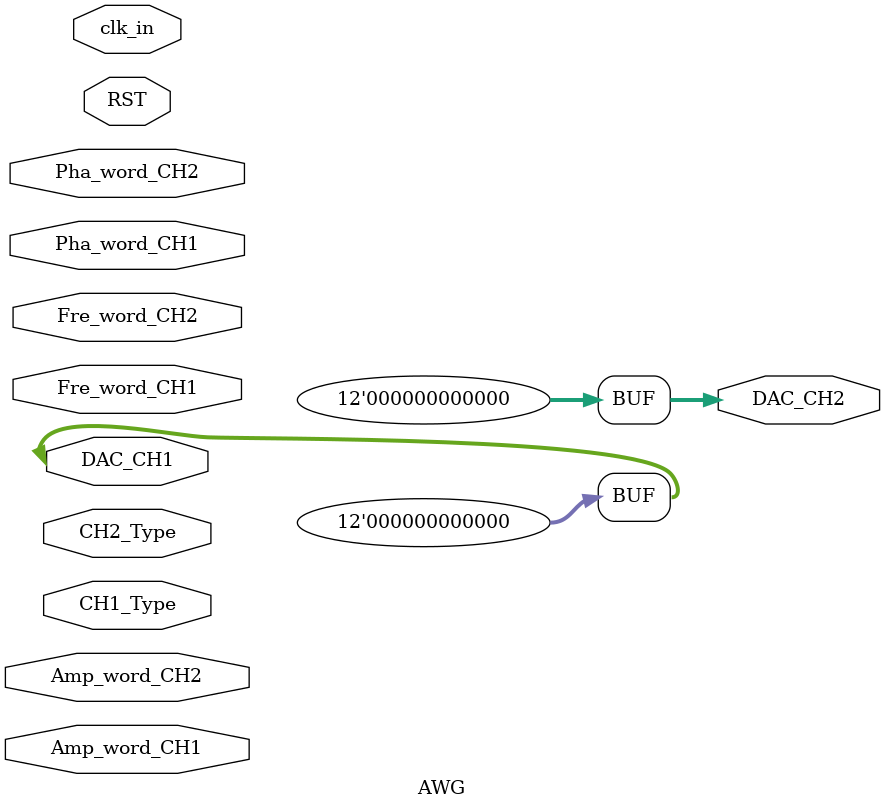
<source format=v>
module AWG #(
	parameter    INPUT_WIDTH  = 12,
	parameter    OUTPUT_WIDTH = 12,
	parameter 	 PHASE_WIDTH  = 32
)(
	input                           clk_in,
	input                           RST,

    input  [PHASE_WIDTH  - 1 : 0]   Fre_word_CH1,
    input  [PHASE_WIDTH  - 1 : 0]   Pha_word_CH1,
	input  [INPUT_WIDTH  - 1 : 0]   Amp_word_CH1,
	input  [2:0]					CH1_Type,

    input  [PHASE_WIDTH  - 1 : 0]   Fre_word_CH2,
    input  [PHASE_WIDTH  - 1 : 0]   Pha_word_CH2,
	input  [INPUT_WIDTH  - 1 : 0]   Amp_word_CH2,
	input  [2:0]					CH2_Type,

	input  [OUTPUT_WIDTH - 1 : 0]   DAC_CH1,
	output [OUTPUT_WIDTH - 1 : 0]   DAC_CH2
);

wire  [OUTPUT_WIDTH - 1 : 0]  wave_out_sin_1;
wire  [OUTPUT_WIDTH - 1 : 0]  wave_out_tri_1;
wire  [OUTPUT_WIDTH - 1 : 0]  wave_out_saw_1;

DDS_Gen #(
    .OUTPUT_WIDTH ( OUTPUT_WIDTH ),
    .PHASE_WIDTH  ( PHASE_WIDTH )
) DDS_Gen_u0 (
    .clk_in                  ( clk_in         ),
    .Fre_word                ( Fre_word_CH1   ),
    .Pha_word                ( Pha_word_CH1   ),

    .wave_out_sin            ( wave_out_sin_1 ),
    .wave_out_tri            ( wave_out_tri_1 ),
    .wave_out_saw            ( wave_out_saw_1 )
);

wire  [OUTPUT_WIDTH - 1 : 0]  wave_out_sin_2;
wire  [OUTPUT_WIDTH - 1 : 0]  wave_out_tri_2;
wire  [OUTPUT_WIDTH - 1 : 0]  wave_out_saw_2;

DDS_Gen #(
    .OUTPUT_WIDTH ( OUTPUT_WIDTH ),
    .PHASE_WIDTH  ( PHASE_WIDTH )
) DDS_Gen_u1 (
    .clk_in                  ( clk_in         ),
    .Fre_word                ( Fre_word_CH2   ),
    .Pha_word                ( Pha_word_CH2   ),

    .wave_out_sin            ( wave_out_sin_2 ),
    .wave_out_tri            ( wave_out_tri_2 ),
    .wave_out_saw            ( wave_out_saw_2 )
);

wire [OUTPUT_WIDTH - 1 : 0] CH_out_1;
MUX4_1 #(
    .INPUT_WIDTH  ( OUTPUT_WIDTH ),
    .OUTPUT_WIDTH ( OUTPUT_WIDTH )
) MUX4_1_u0 (
    .RST                     ( RST      ),
    .Sel                     ( CH1_Type ),
    .CH_IN1                  ( wave_out_sin_1   ),
    .CH_IN2                  ( wave_out_tri_1   ),
    .CH_IN3                  ( wave_out_saw_1   ),
    .CH_IN4                  ( {OUTPUT_WIDTH{wave_out_saw_1[OUTPUT_WIDTH-1]}} ),

	.CH_out                  ( CH_out_1  )
);
assign DAC_CH1 = (CH_out_1 * Amp_word_CH1) >> INPUT_WIDTH;

MUX4_1 #(
    .INPUT_WIDTH  ( OUTPUT_WIDTH ),
    .OUTPUT_WIDTH ( OUTPUT_WIDTH )
) MUX4_1_u1 (
    .RST                     ( RST      ),
    .Sel                     ( CH2_Type ),
    .CH_IN1                  ( wave_out_sin_2   ),
    .CH_IN2                  ( wave_out_tri_2   ),
    .CH_IN3                  ( wave_out_saw_2   ),
    .CH_IN4                  ( {OUTPUT_WIDTH{wave_out_saw_2[OUTPUT_WIDTH-1]}} ),

	.CH_out                  ( CH_out_2  )
);
assign DAC_CH2 = (CH_out_2 * Amp_word_CH2) >> INPUT_WIDTH;

endmodule  //Function_Gen
</source>
